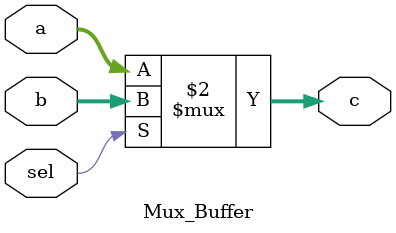
<source format=v>
module Mux_Buffer(
    input [31:0] a,
    input [31:0] b,
    input sel, // đấu với dây plus11
    output [31:0] c
);
    assign c = (sel == 1'b1) ? b : a; // a phải là rs1 + imm (kết quả của result)
                                      // b là pc + imm
endmodule

</source>
